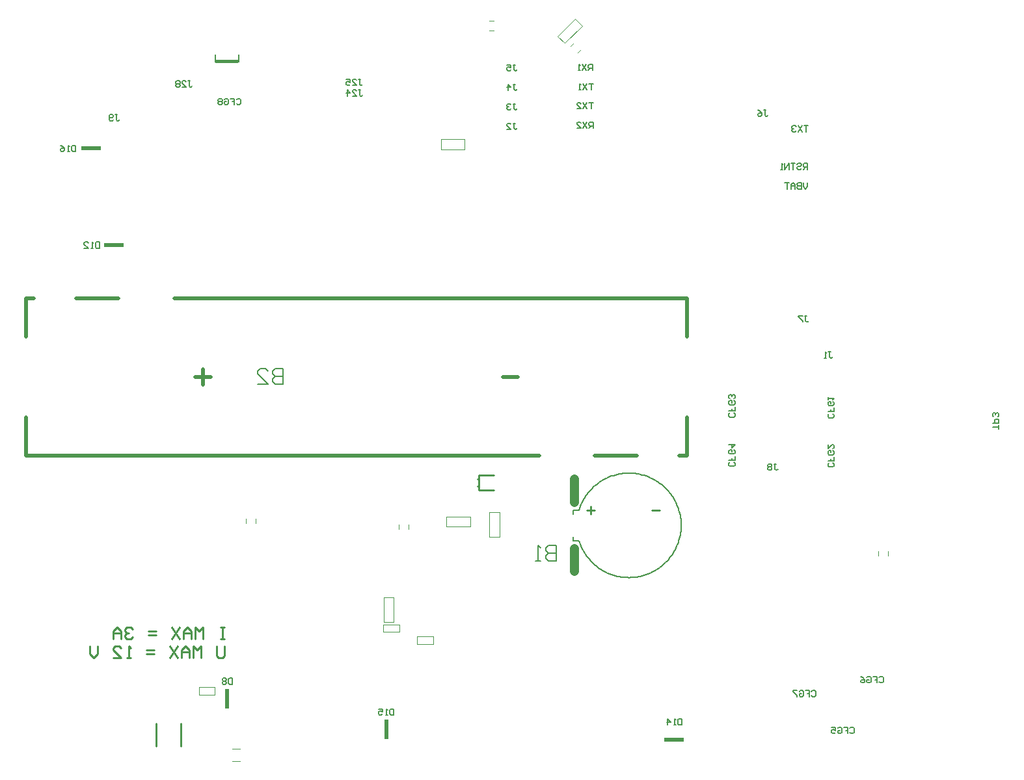
<source format=gbo>
G04*
G04 #@! TF.GenerationSoftware,Altium Limited,Altium Designer,20.2.6 (244)*
G04*
G04 Layer_Color=32896*
%FSLAX25Y25*%
%MOIN*%
G70*
G04*
G04 #@! TF.SameCoordinates,AF831D56-8FB5-4C83-99E9-C392C7947E84*
G04*
G04*
G04 #@! TF.FilePolarity,Positive*
G04*
G01*
G75*
%ADD10C,0.00787*%
%ADD12C,0.01000*%
%ADD21C,0.01968*%
%ADD22C,0.00394*%
%ADD27R,0.02000X0.10000*%
%ADD321C,0.00800*%
%ADD322C,0.04724*%
%ADD323R,0.10000X0.02000*%
G36*
X120866Y361614D02*
X120768Y361713D01*
Y362992D01*
X109055D01*
Y361614D01*
X120866D01*
D02*
G37*
D10*
Y362008D02*
Y365945D01*
X109055Y362008D02*
Y365945D01*
X412303Y300097D02*
Y297998D01*
X411254Y296949D01*
X410204Y297998D01*
Y300097D01*
X409155D02*
Y296949D01*
X407580D01*
X407056Y297474D01*
Y297998D01*
X407580Y298523D01*
X409155D01*
X407580D01*
X407056Y299048D01*
Y299573D01*
X407580Y300097D01*
X409155D01*
X406006Y296949D02*
Y299048D01*
X404956Y300097D01*
X403907Y299048D01*
Y296949D01*
Y298523D01*
X406006D01*
X402857Y300097D02*
X400758D01*
X401808D01*
Y296949D01*
X302165Y357677D02*
Y360826D01*
X300591D01*
X300066Y360301D01*
Y359251D01*
X300591Y358727D01*
X302165D01*
X301116D02*
X300066Y357677D01*
X299017Y360826D02*
X296918Y357677D01*
Y360826D02*
X299017Y357677D01*
X295868D02*
X294819D01*
X295343D01*
Y360826D01*
X295868Y360301D01*
X302559Y350983D02*
X300460D01*
X301509D01*
Y347835D01*
X299410Y350983D02*
X297311Y347835D01*
Y350983D02*
X299410Y347835D01*
X296262D02*
X295212D01*
X295737D01*
Y350983D01*
X296262Y350459D01*
X302559Y341141D02*
X300460D01*
X301509D01*
Y337992D01*
X299410Y341141D02*
X297311Y337992D01*
Y341141D02*
X299410Y337992D01*
X294163D02*
X296262D01*
X294163Y340091D01*
Y340616D01*
X294688Y341141D01*
X295737D01*
X296262Y340616D01*
X302559Y328150D02*
Y331298D01*
X300985D01*
X300460Y330773D01*
Y329724D01*
X300985Y329199D01*
X302559D01*
X301509D02*
X300460Y328150D01*
X299410Y331298D02*
X297311Y328150D01*
Y331298D02*
X299410Y328150D01*
X294163D02*
X296262D01*
X294163Y330249D01*
Y330773D01*
X294688Y331298D01*
X295737D01*
X296262Y330773D01*
X412795Y329330D02*
X410696D01*
X411746D01*
Y326181D01*
X409647Y329330D02*
X407548Y326181D01*
Y329330D02*
X409647Y326181D01*
X406498Y328805D02*
X405973Y329330D01*
X404924D01*
X404399Y328805D01*
Y328280D01*
X404924Y327755D01*
X405449D01*
X404924D01*
X404399Y327231D01*
Y326706D01*
X404924Y326181D01*
X405973D01*
X406498Y326706D01*
X412303Y306949D02*
Y310097D01*
X410729D01*
X410204Y309573D01*
Y308523D01*
X410729Y307998D01*
X412303D01*
X411254D02*
X410204Y306949D01*
X407056Y309573D02*
X407580Y310097D01*
X408630D01*
X409155Y309573D01*
Y309048D01*
X408630Y308523D01*
X407580D01*
X407056Y307998D01*
Y307474D01*
X407580Y306949D01*
X408630D01*
X409155Y307474D01*
X406006Y310097D02*
X403907D01*
X404956D01*
Y306949D01*
X402857D02*
Y310097D01*
X400758Y306949D01*
Y310097D01*
X399709Y306949D02*
X398659D01*
X399184D01*
Y310097D01*
X399709Y309573D01*
X57732Y335130D02*
X58781D01*
X58256D01*
Y332506D01*
X58781Y331981D01*
X59306D01*
X59831Y332506D01*
X56682D02*
X56157Y331981D01*
X55108D01*
X54583Y332506D01*
Y334605D01*
X55108Y335130D01*
X56157D01*
X56682Y334605D01*
Y334080D01*
X56157Y333555D01*
X54583D01*
X95012Y352362D02*
X96062D01*
X95537D01*
Y349738D01*
X96062Y349213D01*
X96587D01*
X97111Y349738D01*
X91864Y349213D02*
X93963D01*
X91864Y351312D01*
Y351837D01*
X92389Y352362D01*
X93438D01*
X93963Y351837D01*
X90814D02*
X90290Y352362D01*
X89240D01*
X88715Y351837D01*
Y351312D01*
X89240Y350787D01*
X88715Y350263D01*
Y349738D01*
X89240Y349213D01*
X90290D01*
X90814Y349738D01*
Y350263D01*
X90290Y350787D01*
X90814Y351312D01*
Y351837D01*
X90290Y350787D02*
X89240D01*
X182316Y353206D02*
X183365D01*
X182840D01*
Y350582D01*
X183365Y350058D01*
X183890D01*
X184415Y350582D01*
X179167Y350058D02*
X181266D01*
X179167Y352157D01*
Y352681D01*
X179692Y353206D01*
X180741D01*
X181266Y352681D01*
X176018Y353206D02*
X178118D01*
Y351632D01*
X177068Y352157D01*
X176543D01*
X176018Y351632D01*
Y350582D01*
X176543Y350058D01*
X177593D01*
X178118Y350582D01*
X182316Y347715D02*
X183365D01*
X182840D01*
Y345092D01*
X183365Y344567D01*
X183890D01*
X184415Y345092D01*
X179167Y344567D02*
X181266D01*
X179167Y346666D01*
Y347191D01*
X179692Y347715D01*
X180741D01*
X181266Y347191D01*
X176543Y344567D02*
Y347715D01*
X178118Y346141D01*
X176018D01*
X119815Y342782D02*
X120340Y343307D01*
X121389D01*
X121914Y342782D01*
Y340683D01*
X121389Y340158D01*
X120340D01*
X119815Y340683D01*
X116666Y343307D02*
X118766D01*
Y341732D01*
X117716D01*
X118766D01*
Y340158D01*
X113518Y342782D02*
X114043Y343307D01*
X115092D01*
X115617Y342782D01*
Y340683D01*
X115092Y340158D01*
X114043D01*
X113518Y340683D01*
Y341732D01*
X114567D01*
X112468Y342782D02*
X111944Y343307D01*
X110894D01*
X110369Y342782D01*
Y342257D01*
X110894Y341732D01*
X110369Y341208D01*
Y340683D01*
X110894Y340158D01*
X111944D01*
X112468Y340683D01*
Y341208D01*
X111944Y341732D01*
X112468Y342257D01*
Y342782D01*
X111944Y341732D02*
X110894D01*
X143701Y204722D02*
Y196850D01*
X139765D01*
X138453Y198162D01*
Y199474D01*
X139765Y200786D01*
X143701D01*
X139765D01*
X138453Y202098D01*
Y203410D01*
X139765Y204722D01*
X143701D01*
X130582Y196850D02*
X135829D01*
X130582Y202098D01*
Y203410D01*
X131894Y204722D01*
X134517D01*
X135829Y203410D01*
X37402Y319290D02*
Y316142D01*
X35827D01*
X35302Y316667D01*
Y318766D01*
X35827Y319290D01*
X37402D01*
X34253Y316142D02*
X33203D01*
X33728D01*
Y319290D01*
X34253Y318766D01*
X29530Y319290D02*
X30580Y318766D01*
X31629Y317716D01*
Y316667D01*
X31104Y316142D01*
X30055D01*
X29530Y316667D01*
Y317191D01*
X30055Y317716D01*
X31629D01*
X200394Y30314D02*
Y27165D01*
X198819D01*
X198295Y27690D01*
Y29789D01*
X198819Y30314D01*
X200394D01*
X197245Y27165D02*
X196196D01*
X196720D01*
Y30314D01*
X197245Y29789D01*
X192522Y30314D02*
X194621D01*
Y28740D01*
X193572Y29264D01*
X193047D01*
X192522Y28740D01*
Y27690D01*
X193047Y27165D01*
X194097D01*
X194621Y27690D01*
X348031Y25196D02*
Y22047D01*
X346457D01*
X345932Y22572D01*
Y24671D01*
X346457Y25196D01*
X348031D01*
X344883Y22047D02*
X343833D01*
X344358D01*
Y25196D01*
X344883Y24671D01*
X340685Y22047D02*
Y25196D01*
X342259Y23621D01*
X340160D01*
X283465Y114171D02*
Y106299D01*
X279529D01*
X278217Y107611D01*
Y108923D01*
X279529Y110235D01*
X283465D01*
X279529D01*
X278217Y111547D01*
Y112859D01*
X279529Y114171D01*
X283465D01*
X275593Y106299D02*
X272969D01*
X274281D01*
Y114171D01*
X275593Y112859D01*
X425458Y181627D02*
X425983Y181102D01*
Y180052D01*
X425458Y179528D01*
X423359D01*
X422835Y180052D01*
Y181102D01*
X423359Y181627D01*
X425983Y184775D02*
Y182676D01*
X424409D01*
Y183726D01*
Y182676D01*
X422835D01*
X425458Y187924D02*
X425983Y187399D01*
Y186349D01*
X425458Y185825D01*
X423359D01*
X422835Y186349D01*
Y187399D01*
X423359Y187924D01*
X424409D01*
Y186874D01*
X422835Y188973D02*
Y190023D01*
Y189498D01*
X425983D01*
X425458Y188973D01*
Y156430D02*
X425983Y155905D01*
Y154856D01*
X425458Y154331D01*
X423359D01*
X422835Y154856D01*
Y155905D01*
X423359Y156430D01*
X425983Y159578D02*
Y157479D01*
X424409D01*
Y158529D01*
Y157479D01*
X422835D01*
X425458Y162727D02*
X425983Y162202D01*
Y161153D01*
X425458Y160628D01*
X423359D01*
X422835Y161153D01*
Y162202D01*
X423359Y162727D01*
X424409D01*
Y161677D01*
X422835Y165875D02*
Y163777D01*
X424934Y165875D01*
X425458D01*
X425983Y165351D01*
Y164301D01*
X425458Y163777D01*
X374671Y182020D02*
X375196Y181496D01*
Y180446D01*
X374671Y179921D01*
X372572D01*
X372047Y180446D01*
Y181496D01*
X372572Y182020D01*
X375196Y185169D02*
Y183070D01*
X373622D01*
Y184119D01*
Y183070D01*
X372047D01*
X374671Y188318D02*
X375196Y187793D01*
Y186743D01*
X374671Y186218D01*
X372572D01*
X372047Y186743D01*
Y187793D01*
X372572Y188318D01*
X373622D01*
Y187268D01*
X374671Y189367D02*
X375196Y189892D01*
Y190941D01*
X374671Y191466D01*
X374146D01*
X373622Y190941D01*
Y190417D01*
Y190941D01*
X373097Y191466D01*
X372572D01*
X372047Y190941D01*
Y189892D01*
X372572Y189367D01*
X374671Y156824D02*
X375196Y156299D01*
Y155249D01*
X374671Y154724D01*
X372572D01*
X372047Y155249D01*
Y156299D01*
X372572Y156824D01*
X375196Y159972D02*
Y157873D01*
X373622D01*
Y158923D01*
Y157873D01*
X372047D01*
X374671Y163121D02*
X375196Y162596D01*
Y161546D01*
X374671Y161022D01*
X372572D01*
X372047Y161546D01*
Y162596D01*
X372572Y163121D01*
X373622D01*
Y162071D01*
X372047Y165744D02*
X375196D01*
X373622Y164170D01*
Y166269D01*
X434121Y20340D02*
X434646Y20865D01*
X435696D01*
X436221Y20340D01*
Y18241D01*
X435696Y17717D01*
X434646D01*
X434121Y18241D01*
X430973Y20865D02*
X433072D01*
Y19291D01*
X432022D01*
X433072D01*
Y17717D01*
X427824Y20340D02*
X428349Y20865D01*
X429398D01*
X429923Y20340D01*
Y18241D01*
X429398Y17717D01*
X428349D01*
X427824Y18241D01*
Y19291D01*
X428874D01*
X424676Y20865D02*
X426775D01*
Y19291D01*
X425725Y19816D01*
X425200D01*
X424676Y19291D01*
Y18241D01*
X425200Y17717D01*
X426250D01*
X426775Y18241D01*
X449082Y46325D02*
X449607Y46849D01*
X450656D01*
X451181Y46325D01*
Y44226D01*
X450656Y43701D01*
X449607D01*
X449082Y44226D01*
X445933Y46849D02*
X448033D01*
Y45275D01*
X446983D01*
X448033D01*
Y43701D01*
X442785Y46325D02*
X443310Y46849D01*
X444359D01*
X444884Y46325D01*
Y44226D01*
X444359Y43701D01*
X443310D01*
X442785Y44226D01*
Y45275D01*
X443834D01*
X439636Y46849D02*
X440686Y46325D01*
X441735Y45275D01*
Y44226D01*
X441211Y43701D01*
X440161D01*
X439636Y44226D01*
Y44750D01*
X440161Y45275D01*
X441735D01*
X414436Y39238D02*
X414961Y39763D01*
X416011D01*
X416535Y39238D01*
Y37139D01*
X416011Y36614D01*
X414961D01*
X414436Y37139D01*
X411288Y39763D02*
X413387D01*
Y38188D01*
X412337D01*
X413387D01*
Y36614D01*
X408139Y39238D02*
X408664Y39763D01*
X409714D01*
X410238Y39238D01*
Y37139D01*
X409714Y36614D01*
X408664D01*
X408139Y37139D01*
Y38188D01*
X409189D01*
X407090Y39763D02*
X404991D01*
Y39238D01*
X407090Y37139D01*
Y36614D01*
X117717Y46062D02*
Y42913D01*
X116142D01*
X115618Y43438D01*
Y45537D01*
X116142Y46062D01*
X117717D01*
X114568Y45537D02*
X114043Y46062D01*
X112994D01*
X112469Y45537D01*
Y45013D01*
X112994Y44488D01*
X112469Y43963D01*
Y43438D01*
X112994Y42913D01*
X114043D01*
X114568Y43438D01*
Y43963D01*
X114043Y44488D01*
X114568Y45013D01*
Y45537D01*
X114043Y44488D02*
X112994D01*
X49606Y269684D02*
Y266535D01*
X48032D01*
X47507Y267060D01*
Y269159D01*
X48032Y269684D01*
X49606D01*
X46458Y266535D02*
X45408D01*
X45933D01*
Y269684D01*
X46458Y269159D01*
X41735Y266535D02*
X43834D01*
X41735Y268635D01*
Y269159D01*
X42260Y269684D01*
X43309D01*
X43834Y269159D01*
X423098Y213385D02*
X424147D01*
X423623D01*
Y210761D01*
X424147Y210236D01*
X424672D01*
X425197Y210761D01*
X422048Y210236D02*
X420999D01*
X421524D01*
Y213385D01*
X422048Y212860D01*
X261484Y330609D02*
X262533D01*
X262008D01*
Y327985D01*
X262533Y327461D01*
X263058D01*
X263583Y327985D01*
X258335Y327461D02*
X260434D01*
X258335Y329560D01*
Y330084D01*
X258860Y330609D01*
X259909D01*
X260434Y330084D01*
X261484Y340641D02*
X262533D01*
X262008D01*
Y338017D01*
X262533Y337492D01*
X263058D01*
X263583Y338017D01*
X260434Y340116D02*
X259909Y340641D01*
X258860D01*
X258335Y340116D01*
Y339591D01*
X258860Y339066D01*
X259384D01*
X258860D01*
X258335Y338542D01*
Y338017D01*
X258860Y337492D01*
X259909D01*
X260434Y338017D01*
X261484Y350641D02*
X262533D01*
X262008D01*
Y348017D01*
X262533Y347492D01*
X263058D01*
X263583Y348017D01*
X258860Y347492D02*
Y350641D01*
X260434Y349066D01*
X258335D01*
X261484Y360641D02*
X262533D01*
X262008D01*
Y358017D01*
X262533Y357492D01*
X263058D01*
X263583Y358017D01*
X258335Y360641D02*
X260434D01*
Y359066D01*
X259384Y359591D01*
X258860D01*
X258335Y359066D01*
Y358017D01*
X258860Y357492D01*
X259909D01*
X260434Y358017D01*
X390027Y337401D02*
X391076D01*
X390552D01*
Y334777D01*
X391076Y334252D01*
X391601D01*
X392126Y334777D01*
X386878Y337401D02*
X387928Y336876D01*
X388977Y335826D01*
Y334777D01*
X388453Y334252D01*
X387403D01*
X386878Y334777D01*
Y335301D01*
X387403Y335826D01*
X388977D01*
X410893Y231889D02*
X411943D01*
X411418D01*
Y229265D01*
X411943Y228740D01*
X412467D01*
X412992Y229265D01*
X409843Y231889D02*
X407745D01*
Y231364D01*
X409843Y229265D01*
Y228740D01*
X395145Y155904D02*
X396195D01*
X395670D01*
Y153281D01*
X396195Y152756D01*
X396719D01*
X397244Y153281D01*
X394095Y155380D02*
X393571Y155904D01*
X392521D01*
X391997Y155380D01*
Y154855D01*
X392521Y154330D01*
X391997Y153805D01*
Y153281D01*
X392521Y152756D01*
X393571D01*
X394095Y153281D01*
Y153805D01*
X393571Y154330D01*
X394095Y154855D01*
Y155380D01*
X393571Y154330D02*
X392521D01*
X510334Y173721D02*
Y175820D01*
Y174770D01*
X507185D01*
Y176869D02*
X510334D01*
Y178443D01*
X509809Y178968D01*
X508759D01*
X508235Y178443D01*
Y176869D01*
X509809Y180018D02*
X510334Y180543D01*
Y181592D01*
X509809Y182117D01*
X509284D01*
X508759Y181592D01*
Y181067D01*
Y181592D01*
X508235Y182117D01*
X507710D01*
X507185Y181592D01*
Y180543D01*
X507710Y180018D01*
D12*
X243215Y144465D02*
X244094Y144685D01*
X244094Y142323D02*
X251575D01*
X244094D02*
Y150197D01*
X251575D01*
X243215Y148055D02*
X244094Y147835D01*
X91339Y11024D02*
Y22835D01*
X78740Y11024D02*
Y22835D01*
X332677Y132283D02*
X336614D01*
X301181Y130315D02*
Y134252D01*
X299213Y132283D02*
X303150D01*
X113567Y72107D02*
X111568D01*
X112567D01*
Y66110D01*
X113567D01*
X111568D01*
X102570D02*
Y72107D01*
X100571Y70108D01*
X98572Y72107D01*
Y66110D01*
X96572D02*
Y70108D01*
X94573Y72107D01*
X92574Y70108D01*
Y66110D01*
Y69108D01*
X96572D01*
X90574Y72107D02*
X86576Y66110D01*
Y72107D02*
X90574Y66110D01*
X78578Y68109D02*
X74580D01*
X78578Y70108D02*
X74580D01*
X66582Y71108D02*
X65582Y72107D01*
X63583D01*
X62583Y71108D01*
Y70108D01*
X63583Y69108D01*
X64583D01*
X63583D01*
X62583Y68109D01*
Y67109D01*
X63583Y66110D01*
X65582D01*
X66582Y67109D01*
X60584Y66110D02*
Y70108D01*
X58585Y72107D01*
X56585Y70108D01*
Y66110D01*
Y69108D01*
X60584D01*
X113567Y62510D02*
Y57512D01*
X112567Y56512D01*
X110568D01*
X109568Y57512D01*
Y62510D01*
X101571Y56512D02*
Y62510D01*
X99572Y60510D01*
X97572Y62510D01*
Y56512D01*
X95573D02*
Y60510D01*
X93573Y62510D01*
X91574Y60510D01*
Y56512D01*
Y59511D01*
X95573D01*
X89575Y62510D02*
X85576Y56512D01*
Y62510D02*
X89575Y56512D01*
X77579Y58511D02*
X73580D01*
X77579Y60510D02*
X73580D01*
X65582Y56512D02*
X63583D01*
X64583D01*
Y62510D01*
X65582Y61510D01*
X56585Y56512D02*
X60584D01*
X56585Y60510D01*
Y61510D01*
X57585Y62510D01*
X59584D01*
X60584Y61510D01*
X48588Y62510D02*
Y58511D01*
X46589Y56512D01*
X44589Y58511D01*
Y62510D01*
D21*
X12106Y160138D02*
Y179823D01*
Y160138D02*
X274902D01*
X87894Y240846D02*
X350689Y240846D01*
X346752Y160138D02*
X350689D01*
Y160138D02*
Y179823D01*
Y221161D02*
Y240846D01*
X12106Y221161D02*
Y240846D01*
X256201Y200492D02*
X264075D01*
X102657Y196555D02*
Y204429D01*
X98721Y200492D02*
X106595D01*
X303445Y160138D02*
X325098Y160138D01*
X37697Y240846D02*
X59350Y240846D01*
X12106Y240846D02*
X16043D01*
D22*
X236713Y317028D02*
Y322539D01*
X224508Y317028D02*
X236713D01*
X224508Y322539D02*
X236713D01*
X224508Y317028D02*
Y322539D01*
X220669Y63386D02*
Y67323D01*
X212402Y63386D02*
X220669D01*
X212402Y67323D02*
X220669D01*
X212402Y67323D02*
X212402Y67323D01*
X212402Y63386D02*
Y67323D01*
X195079Y69685D02*
Y73622D01*
X195079Y73622D02*
X203346D01*
X195079Y69685D02*
X203346D01*
X203346Y69685D01*
Y73622D01*
X294605Y366716D02*
X296276Y368387D01*
X291126Y370196D02*
X292796Y371866D01*
X284287Y375308D02*
X287907Y371689D01*
X284287Y375308D02*
X293196Y384216D01*
X287907Y371689D02*
X296815Y380597D01*
X293196Y384216D02*
X296815Y380597D01*
X117717Y3543D02*
X121653D01*
X117717Y9843D02*
X121653D01*
X249213Y383169D02*
X251575D01*
X249213Y378248D02*
X251575D01*
X207972Y122441D02*
Y124803D01*
X203051Y122441D02*
Y124803D01*
X453642Y108661D02*
Y111024D01*
X448720Y108661D02*
Y111024D01*
X129528Y125394D02*
Y127756D01*
X124606Y125394D02*
Y127756D01*
X249410Y131102D02*
X254528D01*
X254528Y118504D02*
Y131102D01*
X249410Y118504D02*
Y131102D01*
X249410Y118504D02*
X254528D01*
X227165Y123819D02*
Y128937D01*
Y128937D02*
X239764D01*
X227165Y123819D02*
X239764D01*
Y123819D02*
Y128937D01*
X195276Y74803D02*
X200394D01*
X195276D02*
Y87402D01*
X200394Y74803D02*
Y87402D01*
X195276D02*
X200394D01*
X100492Y37402D02*
Y41339D01*
X100492Y41339D01*
X108760D01*
X100492Y37402D02*
X108760D01*
X108760Y37402D02*
Y41339D01*
D27*
X196555Y19783D02*
D03*
X114962Y35433D02*
D03*
D321*
X295262Y116581D02*
X295572Y115629D01*
X295919Y114688D01*
X296300Y113761D01*
X296716Y112849D01*
X297165Y111954D01*
X297648Y111075D01*
X298163Y110216D01*
X298710Y109376D01*
X299289Y108557D01*
X299897Y107761D01*
X300535Y106988D01*
X301201Y106239D01*
X301895Y105516D01*
X302615Y104819D01*
X303361Y104150D01*
X304131Y103509D01*
X304925Y102897D01*
X305742Y102316D01*
X306579Y101765D01*
X307436Y101246D01*
X308313Y100760D01*
X309207Y100307D01*
X310117Y99887D01*
X311042Y99502D01*
X311981Y99152D01*
X312932Y98837D01*
X313895Y98558D01*
X314867Y98315D01*
X315848Y98109D01*
X316836Y97940D01*
X317829Y97807D01*
X318827Y97712D01*
X319828Y97655D01*
X320830Y97635D01*
X321832Y97652D01*
X322832Y97707D01*
X323830Y97799D01*
X324824Y97929D01*
X325812Y98095D01*
X326794Y98299D01*
X327767Y98539D01*
X328730Y98815D01*
X329682Y99128D01*
X330622Y99475D01*
X331549Y99858D01*
X332460Y100275D01*
X333355Y100725D01*
X334233Y101209D01*
X335091Y101726D01*
X335930Y102274D01*
X336748Y102853D01*
X337544Y103463D01*
X338316Y104102D01*
X339064Y104769D01*
X339786Y105464D01*
X340482Y106185D01*
X341150Y106932D01*
X341790Y107703D01*
X342401Y108498D01*
X342981Y109315D01*
X343530Y110153D01*
X344048Y111011D01*
X344533Y111888D01*
X344985Y112783D01*
X345404Y113694D01*
X345787Y114619D01*
X346136Y115559D01*
X346450Y116511D01*
X346727Y117474D01*
X346969Y118446D01*
X347174Y119427D01*
X347342Y120415D01*
X347473Y121409D01*
X347566Y122407D01*
X347623Y123407D01*
X347641Y124409D01*
X347623Y125412D01*
X347566Y126412D01*
X347473Y127410D01*
X347342Y128404D01*
X347174Y129392D01*
X346969Y130373D01*
X346727Y131345D01*
X346450Y132308D01*
X346136Y133260D01*
X345787Y134200D01*
X345403Y135126D01*
X344985Y136036D01*
X344533Y136931D01*
X344048Y137808D01*
X343530Y138666D01*
X342981Y139504D01*
X342401Y140321D01*
X341790Y141116D01*
X341150Y141887D01*
X340482Y142634D01*
X339786Y143355D01*
X339064Y144050D01*
X338316Y144717D01*
X337544Y145356D01*
X336748Y145966D01*
X335930Y146545D01*
X335091Y147093D01*
X334232Y147610D01*
X333355Y148093D01*
X332460Y148544D01*
X331548Y148961D01*
X330622Y149344D01*
X329682Y149691D01*
X328730Y150004D01*
X327766Y150280D01*
X326793Y150520D01*
X325812Y150724D01*
X324824Y150890D01*
X323830Y151020D01*
X322832Y151112D01*
X321831Y151167D01*
X320829Y151184D01*
X319827Y151164D01*
X318827Y151107D01*
X317829Y151012D01*
X316836Y150879D01*
X315848Y150710D01*
X314867Y150504D01*
X313895Y150261D01*
X312932Y149982D01*
X311981Y149667D01*
X311042Y149317D01*
X310117Y148932D01*
X309206Y148512D01*
X308313Y148059D01*
X307436Y147572D01*
X306579Y147054D01*
X305741Y146503D01*
X304925Y145922D01*
X304131Y145310D01*
X303361Y144669D01*
X302615Y144000D01*
X301894Y143303D01*
X301201Y142579D01*
X300535Y141831D01*
X299897Y141058D01*
X299288Y140261D01*
X298710Y139443D01*
X298163Y138603D01*
X297648Y137743D01*
X297165Y136865D01*
X296716Y135969D01*
X296300Y135057D01*
X295919Y134131D01*
X295572Y133190D01*
X295262Y132238D01*
X292323Y116535D02*
X295276D01*
X292323D02*
Y118504D01*
Y130315D02*
Y132283D01*
X295276D01*
D322*
X292913Y100787D02*
Y112598D01*
Y148031D02*
X292913Y136221D01*
D323*
X45276Y317717D02*
D03*
X57087Y268307D02*
D03*
X344094Y14567D02*
D03*
M02*

</source>
